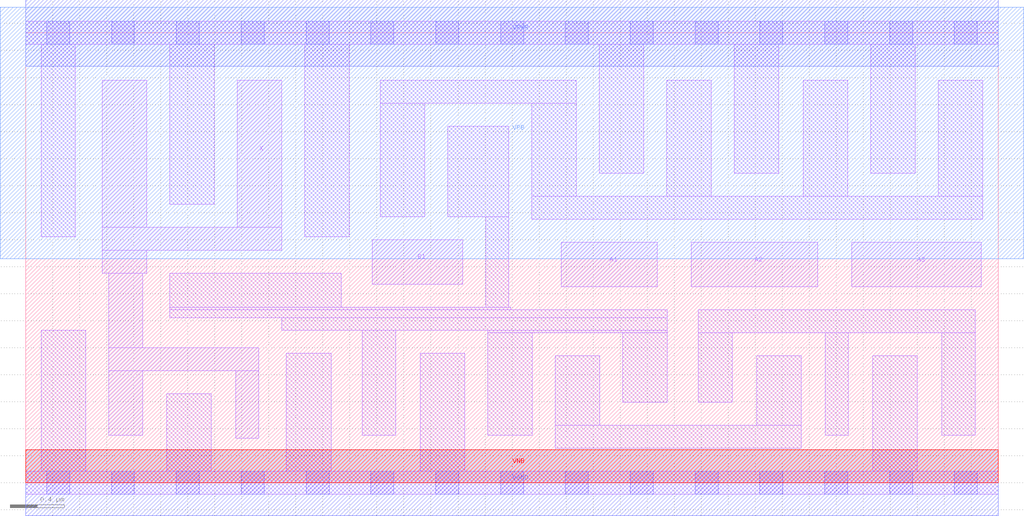
<source format=lef>
# Copyright 2020 The SkyWater PDK Authors
#
# Licensed under the Apache License, Version 2.0 (the "License");
# you may not use this file except in compliance with the License.
# You may obtain a copy of the License at
#
#     https://www.apache.org/licenses/LICENSE-2.0
#
# Unless required by applicable law or agreed to in writing, software
# distributed under the License is distributed on an "AS IS" BASIS,
# WITHOUT WARRANTIES OR CONDITIONS OF ANY KIND, either express or implied.
# See the License for the specific language governing permissions and
# limitations under the License.
#
# SPDX-License-Identifier: Apache-2.0

VERSION 5.7 ;
  NOWIREEXTENSIONATPIN ON ;
  DIVIDERCHAR "/" ;
  BUSBITCHARS "[]" ;
MACRO sky130_fd_sc_ls__a31o_4
  CLASS CORE ;
  FOREIGN sky130_fd_sc_ls__a31o_4 ;
  ORIGIN  0.000000  0.000000 ;
  SIZE  7.200000 BY  3.330000 ;
  SYMMETRY X Y ;
  SITE unit ;
  PIN A1
    ANTENNAGATEAREA  0.492000 ;
    DIRECTION INPUT ;
    USE SIGNAL ;
    PORT
      LAYER li1 ;
        RECT 3.965000 1.450000 4.675000 1.780000 ;
    END
  END A1
  PIN A2
    ANTENNAGATEAREA  0.492000 ;
    DIRECTION INPUT ;
    USE SIGNAL ;
    PORT
      LAYER li1 ;
        RECT 4.925000 1.450000 5.865000 1.780000 ;
    END
  END A2
  PIN A3
    ANTENNAGATEAREA  0.492000 ;
    DIRECTION INPUT ;
    USE SIGNAL ;
    PORT
      LAYER li1 ;
        RECT 6.115000 1.450000 7.075000 1.780000 ;
    END
  END A3
  PIN B1
    ANTENNAGATEAREA  0.492000 ;
    DIRECTION INPUT ;
    USE SIGNAL ;
    PORT
      LAYER li1 ;
        RECT 2.565000 1.470000 3.235000 1.800000 ;
    END
  END B1
  PIN VNB
    PORT
      LAYER pwell ;
        RECT 0.000000 0.000000 7.200000 0.245000 ;
    END
  END VNB
  PIN VPB
    PORT
      LAYER nwell ;
        RECT -0.190000 1.660000 7.390000 3.520000 ;
    END
  END VPB
  PIN X
    ANTENNADIFFAREA  1.138200 ;
    DIRECTION OUTPUT ;
    USE SIGNAL ;
    PORT
      LAYER li1 ;
        RECT 0.565000 1.550000 0.895000 1.720000 ;
        RECT 0.565000 1.720000 1.895000 1.890000 ;
        RECT 0.565000 1.890000 0.895000 2.980000 ;
        RECT 0.615000 0.350000 0.865000 0.830000 ;
        RECT 0.615000 0.830000 1.725000 1.000000 ;
        RECT 0.615000 1.000000 0.865000 1.550000 ;
        RECT 1.555000 0.330000 1.725000 0.830000 ;
        RECT 1.565000 1.890000 1.895000 2.980000 ;
    END
  END X
  PIN VGND
    DIRECTION INOUT ;
    SHAPE ABUTMENT ;
    USE GROUND ;
    PORT
      LAYER met1 ;
        RECT 0.000000 -0.245000 7.200000 0.245000 ;
    END
  END VGND
  PIN VPWR
    DIRECTION INOUT ;
    SHAPE ABUTMENT ;
    USE POWER ;
    PORT
      LAYER met1 ;
        RECT 0.000000 3.085000 7.200000 3.575000 ;
    END
  END VPWR
  OBS
    LAYER li1 ;
      RECT 0.000000 -0.085000 7.200000 0.085000 ;
      RECT 0.000000  3.245000 7.200000 3.415000 ;
      RECT 0.115000  0.085000 0.445000 1.130000 ;
      RECT 0.115000  1.820000 0.365000 3.245000 ;
      RECT 1.045000  0.085000 1.375000 0.660000 ;
      RECT 1.065000  1.220000 4.750000 1.280000 ;
      RECT 1.065000  1.280000 3.590000 1.300000 ;
      RECT 1.065000  1.300000 2.335000 1.550000 ;
      RECT 1.065000  2.060000 1.395000 3.245000 ;
      RECT 1.895000  1.130000 4.750000 1.220000 ;
      RECT 1.930000  0.085000 2.260000 0.960000 ;
      RECT 2.065000  1.820000 2.395000 3.245000 ;
      RECT 2.490000  0.350000 2.740000 1.130000 ;
      RECT 2.625000  1.970000 2.955000 2.810000 ;
      RECT 2.625000  2.810000 4.075000 2.980000 ;
      RECT 2.920000  0.085000 3.250000 0.960000 ;
      RECT 3.125000  1.970000 3.575000 2.640000 ;
      RECT 3.405000  1.300000 3.575000 1.970000 ;
      RECT 3.420000  0.350000 3.750000 1.110000 ;
      RECT 3.420000  1.110000 4.750000 1.130000 ;
      RECT 3.745000  1.950000 7.085000 2.120000 ;
      RECT 3.745000  2.120000 4.075000 2.810000 ;
      RECT 3.920000  0.255000 5.740000 0.425000 ;
      RECT 3.920000  0.425000 4.250000 0.940000 ;
      RECT 4.245000  2.290000 4.575000 3.245000 ;
      RECT 4.420000  0.595000 4.750000 1.110000 ;
      RECT 4.745000  2.120000 5.075000 2.980000 ;
      RECT 4.980000  0.595000 5.230000 1.110000 ;
      RECT 4.980000  1.110000 7.030000 1.280000 ;
      RECT 5.245000  2.290000 5.575000 3.245000 ;
      RECT 5.410000  0.425000 5.740000 0.940000 ;
      RECT 5.755000  2.120000 6.085000 2.980000 ;
      RECT 5.920000  0.350000 6.090000 1.110000 ;
      RECT 6.255000  2.290000 6.585000 3.245000 ;
      RECT 6.270000  0.085000 6.600000 0.940000 ;
      RECT 6.755000  2.120000 7.085000 2.980000 ;
      RECT 6.780000  0.350000 7.030000 1.110000 ;
    LAYER mcon ;
      RECT 0.155000 -0.085000 0.325000 0.085000 ;
      RECT 0.155000  3.245000 0.325000 3.415000 ;
      RECT 0.635000 -0.085000 0.805000 0.085000 ;
      RECT 0.635000  3.245000 0.805000 3.415000 ;
      RECT 1.115000 -0.085000 1.285000 0.085000 ;
      RECT 1.115000  3.245000 1.285000 3.415000 ;
      RECT 1.595000 -0.085000 1.765000 0.085000 ;
      RECT 1.595000  3.245000 1.765000 3.415000 ;
      RECT 2.075000 -0.085000 2.245000 0.085000 ;
      RECT 2.075000  3.245000 2.245000 3.415000 ;
      RECT 2.555000 -0.085000 2.725000 0.085000 ;
      RECT 2.555000  3.245000 2.725000 3.415000 ;
      RECT 3.035000 -0.085000 3.205000 0.085000 ;
      RECT 3.035000  3.245000 3.205000 3.415000 ;
      RECT 3.515000 -0.085000 3.685000 0.085000 ;
      RECT 3.515000  3.245000 3.685000 3.415000 ;
      RECT 3.995000 -0.085000 4.165000 0.085000 ;
      RECT 3.995000  3.245000 4.165000 3.415000 ;
      RECT 4.475000 -0.085000 4.645000 0.085000 ;
      RECT 4.475000  3.245000 4.645000 3.415000 ;
      RECT 4.955000 -0.085000 5.125000 0.085000 ;
      RECT 4.955000  3.245000 5.125000 3.415000 ;
      RECT 5.435000 -0.085000 5.605000 0.085000 ;
      RECT 5.435000  3.245000 5.605000 3.415000 ;
      RECT 5.915000 -0.085000 6.085000 0.085000 ;
      RECT 5.915000  3.245000 6.085000 3.415000 ;
      RECT 6.395000 -0.085000 6.565000 0.085000 ;
      RECT 6.395000  3.245000 6.565000 3.415000 ;
      RECT 6.875000 -0.085000 7.045000 0.085000 ;
      RECT 6.875000  3.245000 7.045000 3.415000 ;
  END
END sky130_fd_sc_ls__a31o_4
END LIBRARY

</source>
